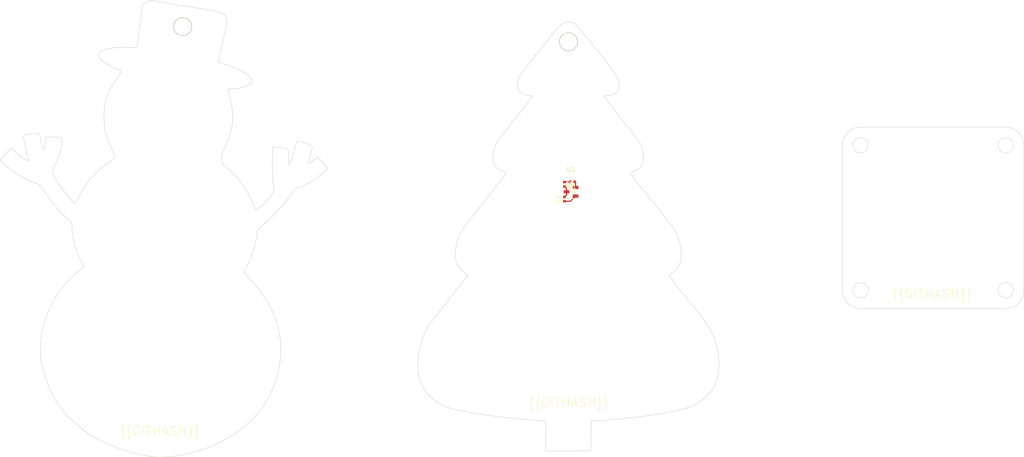
<source format=kicad_pcb>
(kicad_pcb (version 20221018) (generator pcbnew)
  (layers (0 "F.Cu" signal) (31 "B.Cu" signal) (34 "B.Paste" user) (35 "F.Paste" user) (36 "B.SilkS" user "B.Silkscreen") (37 "F.SilkS" user "F.Silkscreen") (38 "B.Mask" user) (39 "F.Mask" user) (44 "Edge.Cuts" user))
  (net 0 "")
  (net 1 "vcc")
  (net 2 "gnd")
  (net 3 "ic-vcc")
  (net 4 "vcc-1")
  (footprint "lib:R0402" (layer "F.Cu") (at 162.0635 89.835129 180)
    (fp_text reference "R1" (at 0 -1.17) (layer "F.SilkS"))
    (fp_text value "62.5mW Thick Film Resistors ±100ppm/℃ ±1% 3.24kΩ 0402  Chip Resistor - Surface Mount ROHS")
    (fp_line (start -0.153641 -0.38) (end 0.153641 -0.38) (stroke (width 0.12)) (layer "F.SilkS"))
    (fp_line (start -0.153641 0.38) (end 0.153641 0.38) (stroke (width 0.12)) (layer "F.SilkS"))
    (pad "1" smd roundrect (at -0.51 0 180) (size 0.54 0.64) (layers "F.Cu" "F.Paste" "F.Mask") (net 3 "ic-vcc"))
    (pad "2" smd roundrect (at 0.51 0 180) (size 0.54 0.64) (layers "F.Cu" "F.Paste" "F.Mask") (net 4 "vcc-1"))
  )
  (footprint "lib:C0402" (layer "F.Cu") (at 160.327595 90.403547 -90)
    (fp_text reference "C2" (at 0 -1.16 90) (layer "F.SilkS"))
    (fp_text value "16V 100nF X7R ±10% 0402  Multilayer Ceramic Capacitors MLCC - SMD/SMT ROHS")
    (fp_line (start -0.107836 -0.36) (end 0.107836 -0.36) (stroke (width 0.12)) (layer "F.SilkS"))
    (fp_line (start -0.107836 0.36) (end 0.107836 0.36) (stroke (width 0.12)) (layer "F.SilkS"))
    (pad "1" smd roundrect (at -0.48 0 270) (size 0.56 0.62) (layers "F.Cu" "F.Paste" "F.Mask") (net 4 "vcc-1"))
    (pad "2" smd roundrect (at 0.48 0 270) (size 0.56 0.62) (layers "F.Cu" "F.Paste" "F.Mask") (net 2 "gnd"))
  )
  (footprint "lib:SOT-23-3_L2.9-W1.3-P0.95-LS2.4-BR" (layer "F.Cu") (at 161.79 92.055)
    (fp_text reference "U1" (at 0 -4.95) (layer "F.SilkS"))
    (fp_text value "")
    (fp_line (start -0.73 -1.53) (end -0.73 -0.49) (stroke (width 0.15)) (layer "F.SilkS"))
    (fp_line (start -0.73 1.53) (end -0.73 0.49) (stroke (width 0.15)) (layer "F.SilkS"))
    (fp_line (start 0.73 -1.53) (end -0.73 -1.53) (stroke (width 0.15)) (layer "F.SilkS"))
    (fp_line (start 0.73 -0.46) (end 0.73 0.46) (stroke (width 0.15)) (layer "F.SilkS"))
    (fp_line (start 0.73 1.53) (end -0.73 1.53) (stroke (width 0.15)) (layer "F.SilkS"))
    (pad "1" smd rect (at 1 0.95) (size 1.25 0.7) (layers "F.Cu" "F.Paste" "F.Mask") (net 1 "vcc"))
    (pad "2" smd rect (at 1 -0.95) (size 1.25 0.7) (layers "F.Cu" "F.Paste" "F.Mask") (net 3 "ic-vcc"))
    (pad "3" smd rect (at -1 0) (size 1.25 0.7) (layers "F.Cu" "F.Paste" "F.Mask") (net 2 "gnd"))
  )
  (footprint "lib:C0402" (layer "F.Cu") (at 160.344783 93.667869 90)
    (fp_text reference "C1" (at 0 -1.16 90) (layer "F.SilkS"))
    (fp_text value "16V 100nF X7R ±10% 0402  Multilayer Ceramic Capacitors MLCC - SMD/SMT ROHS")
    (fp_line (start -0.107836 -0.36) (end 0.107836 -0.36) (stroke (width 0.12)) (layer "F.SilkS"))
    (fp_line (start -0.107836 0.36) (end 0.107836 0.36) (stroke (width 0.12)) (layer "F.SilkS"))
    (pad "1" smd roundrect (at -0.48 0 90) (size 0.56 0.62) (layers "F.Cu" "F.Paste" "F.Mask") (net 1 "vcc"))
    (pad "2" smd roundrect (at 0.48 0 90) (size 0.56 0.62) (layers "F.Cu" "F.Paste" "F.Mask") (net 2 "gnd"))
  )
  (gr_circle (center 225.62 81.79) (end 227.32 81.79) (stroke (width 0.1)) (fill none) (layer "Edge.Cuts"))
  (gr_circle (center 257.62 113.79) (end 259.32 113.79) (stroke (width 0.1)) (fill none) (layer "Edge.Cuts"))
  (gr_circle (center 257.62 81.79) (end 259.32 81.79) (stroke (width 0.1)) (fill none) (layer "Edge.Cuts"))
  (gr_poly (pts (xy 75.142222 50.797022) (xy 79.756606 51.568267) (xy 82.366969 51.99203) (xy 83.019066 52.095762) (xy 83.303876 52.146979) (xy 83.563537 52.198618) (xy 83.799806 52.251323) (xy 84.01444 52.305736) (xy 84.209196 52.362498) (xy 84.385831 52.422252) (xy 84.546102 52.485641) (xy 84.691766 52.553306) (xy 84.824581 52.62589) (xy 84.946303 52.704035) (xy 85.05869 52.788383) (xy 85.163499 52.879577) (xy 85.262486 52.978258) (xy 85.357409 53.08507) (xy 85.479286 53.234958) (xy 85.586233 53.378736) (xy 85.634185 53.44915) (xy 85.678498 53.519015) (xy 85.719202 53.588656) (xy 85.75633 53.658402) (xy 85.789911 53.728576) (xy 85.819976 53.799506) (xy 85.846558 53.871517) (xy 85.869686 53.944936) (xy 85.889392 54.020089) (xy 85.905707 54.097301) (xy 85.918662 54.176899) (xy 85.928287 54.259209) (xy 85.934615 54.344557) (xy 85.937675 54.433269) (xy 85.937499 54.525672) (xy 85.934119 54.62209) (xy 85.927564 54.722851) (xy 85.917866 54.82828) (xy 85.889166 55.054449) (xy 85.848266 55.303204) (xy 85.795414 55.577155) (xy 85.730859 55.878909) (xy 85.654849 56.211077) (xy 84.878546 59.55341) (xy 84.657875 60.550977) (xy 84.450892 61.532488) (xy 84.331406 62.116419) (xy 84.229648 62.629765) (xy 84.15639 63.017063) (xy 84.122409 63.222849) (xy 84.123062 63.236814) (xy 84.127967 63.251873) (xy 84.137065 63.268001) (xy 84.150302 63.285171) (xy 84.167619 63.303357) (xy 84.188962 63.322534) (xy 84.214273 63.342674) (xy 84.243497 63.363751) (xy 84.313454 63.408613) (xy 84.398381 63.456909) (xy 84.497828 63.50843) (xy 84.611342 63.562966) (xy 84.738473 63.620306) (xy 84.878767 63.680241) (xy 85.031775 63.742561) (xy 85.197043 63.807056) (xy 85.374121 63.873515) (xy 85.562558 63.94173) (xy 85.7619 64.011489) (xy 85.971698 64.082583) (xy 86.585981 64.296029) (xy 87.172975 64.516947) (xy 87.730729 64.744054) (xy 88.257293 64.976069) (xy 88.75072 65.211708) (xy 89.209058 65.449689) (xy 89.63036 65.68873) (xy 90.012676 65.927548) (xy 90.354056 66.16486) (xy 90.652552 66.399385) (xy 90.906214 66.629839) (xy 91.113092 66.85494) (xy 91.271238 67.073405) (xy 91.378702 67.283953) (xy 91.412819 67.385857) (xy 91.433535 67.485301) (xy 91.440605 67.582123) (xy 91.433787 67.676165) (xy 91.41712 67.753004) (xy 91.390362 67.829368) (xy 91.35383 67.905131) (xy 91.307839 67.980165) (xy 91.252707 68.054343) (xy 91.188749 68.12754) (xy 91.116281 68.199626) (xy 91.03562 68.270477) (xy 90.947082 68.339964) (xy 90.850984 68.407961) (xy 90.747641 68.47434) (xy 90.637371 68.538975) (xy 90.520488 68.601739) (xy 90.39731 68.662505) (xy 90.268153 68.721145) (xy 90.133332 68.777534) (xy 89.993165 68.831543) (xy 89.847967 68.883047) (xy 89.543745 68.978027) (xy 89.223197 69.06146) (xy 88.888852 69.132329) (xy 88.54324 69.189618) (xy 88.188892 69.232313) (xy 88.009232 69.24787) (xy 87.828337 69.259397) (xy 87.646523 69.266767) (xy 87.464106 69.269854) (xy 87.202959 69.272042) (xy 86.97453 69.277492) (xy 86.777472 69.288473) (xy 86.690288 69.296746) (xy 86.610443 69.307253) (xy 86.537768 69.320276) (xy 86.472096 69.3361) (xy 86.413258 69.355009) (xy 86.361087 69.377285) (xy 86.315414 69.403211) (xy 86.276071 69.433073) (xy 86.24289 69.467154) (xy 86.215703 69.505736) (xy 86.194342 69.549103) (xy 86.178638 69.59754) (xy 86.168424 69.65133) (xy 86.163532 69.710755) (xy 86.163793 69.776101) (xy 86.169039 69.847649) (xy 86.179102 69.925685) (xy 86.193814 70.010491) (xy 86.236514 70.20155) (xy 86.295792 70.423093) (xy 86.370304 70.677389) (xy 86.458705 70.966708) (xy 86.582128 71.384478) (xy 86.694998 71.803093) (xy 86.797211 72.221567) (xy 86.888665 72.638919) (xy 86.969257 73.054166) (xy 87.038885 73.466323) (xy 87.097447 73.874409) (xy 87.144838 74.277439) (xy 87.180958 74.674432) (xy 87.205702 75.064404) (xy 87.21897 75.446371) (xy 87.220657 75.819352) (xy 87.210662 76.182361) (xy 87.188881 76.534418) (xy 87.155212 76.874538) (xy 87.109553 77.201739) (xy 86.986123 77.871628) (xy 86.830027 78.558912) (xy 86.643845 79.255662) (xy 86.430157 79.953949) (xy 86.19154 80.645848) (xy 85.930575 81.323429) (xy 85.649841 81.978766) (xy 85.351916 82.60393) (xy 85.189192 82.938586) (xy 85.118752 83.093315) (xy 85.055229 83.240939) (xy 84.998352 83.382431) (xy 84.947849 83.518761) (xy 84.903447 83.650903) (xy 84.864875 83.779828) (xy 84.831859 83.906506) (xy 84.804129 84.031911) (xy 84.781412 84.157013) (xy 84.763435 84.282785) (xy 84.749927 84.410197) (xy 84.740615 84.540223) (xy 84.735228 84.673833) (xy 84.733493 84.811999) (xy 84.736223 85.129082) (xy 84.741369 85.261496) (xy 84.750575 85.379459) (xy 84.764997 85.485194) (xy 84.774524 85.534172) (xy 84.785789 85.580928) (xy 84.798934 85.625739) (xy 84.814106 85.668884) (xy 84.831447 85.710641) (xy 84.851104 85.751288) (xy 84.873219 85.791103) (xy 84.897937 85.830364) (xy 84.925403 85.869349) (xy 84.955761 85.908337) (xy 84.989155 85.947605) (xy 85.02573 85.987432) (xy 85.109 86.069873) (xy 85.206725 86.157886) (xy 85.320061 86.253696) (xy 85.598185 86.477602) (xy 86.096863 86.886277) (xy 86.577755 87.306529) (xy 87.04138 87.739064) (xy 87.488258 88.184586) (xy 87.918909 88.6438) (xy 88.333852 89.117412) (xy 88.733607 89.606125) (xy 89.118694 90.110646) (xy 89.489632 90.631678) (xy 89.846941 91.169927) (xy 90.19114 91.726098) (xy 90.52275 92.300895) (xy 90.84229 92.895024) (xy 91.150279 93.509189) (xy 91.447237 94.144095) (xy 91.733683 94.800448) (xy 91.84059 95.047283) (xy 91.945802 95.277558) (xy 92.046625 95.486234) (xy 92.140364 95.668271) (xy 92.224324 95.818627) (xy 92.295813 95.932265) (xy 92.326039 95.973739) (xy 92.352136 96.004143) (xy 92.373767 96.022848) (xy 92.382804 96.027616) (xy 92.390597 96.029223) (xy 92.399173 96.028006) (xy 92.410522 96.024397) (xy 92.441219 96.010237) (xy 92.482045 95.987221) (xy 92.53236 95.955824) (xy 92.591521 95.916524) (xy 92.658887 95.869798) (xy 92.815666 95.755976) (xy 92.997564 95.618173) (xy 93.199447 95.460204) (xy 93.416182 95.285885) (xy 93.642634 95.099032) (xy 93.891007 94.882848) (xy 94.141366 94.648628) (xy 94.390948 94.400061) (xy 94.636991 94.140836) (xy 94.87673 93.874641) (xy 95.107403 93.605164) (xy 95.326247 93.336095) (xy 95.530498 93.071122) (xy 95.717394 92.813933) (xy 95.884171 92.568218) (xy 96.028066 92.337665) (xy 96.146316 92.125962) (xy 96.236159 91.936798) (xy 96.294829 91.773863) (xy 96.311612 91.703383) (xy 96.319566 91.640844) (xy 96.318345 91.586706) (xy 96.307605 91.54143) (xy 96.264441 91.378418) (xy 96.221593 91.121805) (xy 96.138989 90.373142) (xy 96.064068 89.386161) (xy 96.001109 88.251583) (xy 95.954389 87.060129) (xy 95.928186 85.902519) (xy 95.926777 84.869474) (xy 95.95444 84.051714) (xy 96.07471 82.177477) (xy 97.36716 82.304781) (xy 98.13507 82.379263) (xy 98.441266 82.413109) (xy 98.700599 82.449744) (xy 98.916803 82.492956) (xy 99.009898 82.518212) (xy 99.09361 82.546534) (xy 99.168406 82.578395) (xy 99.234753 82.614268) (xy 99.293117 82.654627) (xy 99.343964 82.699946) (xy 99.387763 82.750698) (xy 99.424978 82.807357) (xy 99.456076 82.870396) (xy 99.481525 82.94029) (xy 99.501791 83.017511) (xy 99.51734 83.102533) (xy 99.536155 83.297877) (xy 99.541702 83.530109) (xy 99.537716 83.803018) (xy 99.51607 84.486025) (xy 99.501811 85.019341) (xy 99.495778 85.429631) (xy 99.49953 85.727933) (xy 99.505563 85.838537) (xy 99.514626 85.925284) (xy 99.526915 85.989553) (xy 99.542625 86.032723) (xy 99.551823 86.046828) (xy 99.56195 86.056175) (xy 99.573029 86.060938) (xy 99.585085 86.061289) (xy 99.612224 86.049443) (xy 99.643564 86.022019) (xy 99.679299 85.980395) (xy 99.719623 85.925951) (xy 99.770963 85.835961) (xy 99.83738 85.6921) (xy 100.00736 85.267042) (xy 100.213404 84.699332) (xy 100.439353 84.037526) (xy 100.669049 83.330178) (xy 100.886332 82.625845) (xy 101.075044 81.973082) (xy 101.219027 81.420443) (xy 101.232451 81.367288) (xy 101.246658 81.317349) (xy 101.261814 81.270604) (xy 101.278084 81.227032) (xy 101.295634 81.186611) (xy 101.314631 81.149321) (xy 101.33524 81.115138) (xy 101.357628 81.084043) (xy 101.381959 81.056013) (xy 101.4084 81.031027) (xy 101.437117 81.009064) (xy 101.468275 80.990102) (xy 101.502041 80.974119) (xy 101.538581 80.961095) (xy 101.578059 80.951007) (xy 101.620643 80.943835) (xy 101.666497 80.939556) (xy 101.715788 80.938149) (xy 101.768682 80.939594) (xy 101.825345 80.943867) (xy 101.885942 80.950949) (xy 101.950639 80.960817) (xy 102.019603 80.97345) (xy 102.092998 80.988826) (xy 102.170992 81.006924) (xy 102.253749 81.027723) (xy 102.434219 81.077337) (xy 102.635734 81.137495) (xy 102.859622 81.208025) (xy 103.581471 81.438726) (xy 103.868146 81.535185) (xy 104.108644 81.625316) (xy 104.212356 81.669476) (xy 104.305459 81.713816) (xy 104.388264 81.758923) (xy 104.461082 81.805384) (xy 104.524226 81.853787) (xy 104.578006 81.904719) (xy 104.622735 81.958768) (xy 104.658725 82.01652) (xy 104.686285 82.078563) (xy 104.705729 82.145484) (xy 104.717368 82.217871) (xy 104.721513 82.296311) (xy 104.718476 82.381392) (xy 104.708568 82.4737) (xy 104.692102 82.573823) (xy 104.669388 82.682348) (xy 104.606464 82.926954) (xy 104.522289 83.212218) (xy 104.300158 83.92351) (xy 104.076968 84.658354) (xy 103.993442 84.95378) (xy 103.929762 85.203046) (xy 103.886777 85.407528) (xy 103.865337 85.568604) (xy 103.862962 85.633296) (xy 103.866292 85.687652) (xy 103.875434 85.731846) (xy 103.890492 85.766049) (xy 103.911574 85.790433) (xy 103.938786 85.805172) (xy 103.972234 85.810436) (xy 104.012025 85.806398) (xy 104.058263 85.79323) (xy 104.111056 85.771105) (xy 104.236732 85.700671) (xy 104.3899 85.596472) (xy 104.571411 85.459887) (xy 105.02286 85.095065) (xy 105.918216 84.355181) (xy 106.388476 84.86751) (xy 106.496975 84.987739) (xy 106.625318 85.133369) (xy 106.92254 85.478508) (xy 107.242155 85.858286) (xy 107.546176 86.22806) (xy 108.2336 87.076296) (xy 106.72333 88.254687) (xy 106.031007 88.783192) (xy 105.392025 89.245391) (xy 105.089314 89.453516) (xy 104.796071 89.647331) (xy 104.511007 89.827593) (xy 104.232833 89.995056) (xy 103.960259 90.150478) (xy 103.691998 90.294613) (xy 103.426759 90.428217) (xy 103.163254 90.552046) (xy 102.900193 90.666855) (xy 102.636288 90.773401) (xy 102.370249 90.872439) (xy 102.100787 90.964724) (xy 101.955978 91.013649) (xy 101.818902 91.062832) (xy 101.689432 91.112348) (xy 101.567439 91.162273) (xy 101.452795 91.212683) (xy 101.345371 91.263651) (xy 101.245039 91.315254) (xy 101.151671 91.367567) (xy 101.065138 91.420665) (xy 100.985313 91.474624) (xy 100.912065 91.529517) (xy 100.845269 91.585421) (xy 100.784794 91.642412) (xy 100.730512 91.700563) (xy 100.682296 91.759951) (xy 100.640017 91.82065) (xy 100.313962 92.312951) (xy 99.958065 92.82026) (xy 99.575318 93.339289) (xy 99.168711 93.866747) (xy 98.741234 94.399346) (xy 98.295878 94.933795) (xy 97.835635 95.466804) (xy 97.363494 95.995083) (xy 96.882446 96.515343) (xy 96.395482 97.024295) (xy 95.905593 97.518647) (xy 95.415769 97.995111) (xy 94.929002 98.450396) (xy 94.44828 98.881213) (xy 93.976596 99.284272) (xy 93.51694 99.656283) (xy 93.364132 99.777198) (xy 93.228349 99.887118) (xy 93.108601 99.987555) (xy 93.003899 100.080022) (xy 92.913256 100.166032) (xy 92.835682 100.247098) (xy 92.770188 100.324733) (xy 92.741662 100.362737) (xy 92.715786 100.40045) (xy 92.692435 100.438062) (xy 92.671487 100.475762) (xy 92.652817 100.513738) (xy 92.636302 100.552181) (xy 92.621819 100.591279) (xy 92.609244 100.631221) (xy 92.589322 100.714395) (xy 92.575548 100.803215) (xy 92.566934 100.899195) (xy 92.56249 101.003847) (xy 92.561229 101.118685) (xy 92.548214 101.459191) (xy 92.510172 101.840399) (xy 92.448603 102.257479) (xy 92.365007 102.705605) (xy 92.260885 103.179948) (xy 92.137739 103.675679) (xy 91.997068 104.187971) (xy 91.840373 104.711996) (xy 91.669155 105.242926) (xy 91.484915 105.775933) (xy 91.289154 106.306188) (xy 91.083372 106.828864) (xy 90.86907 107.339132) (xy 90.647749 107.832164) (xy 90.420909 108.303133) (xy 90.190051 108.74721) (xy 89.658061 109.729433) (xy 90.799319 111.025652) (xy 91.552256 111.894452) (xy 92.247519 112.726345) (xy 92.887901 113.52649) (xy 93.476195 114.300047) (xy 94.015193 115.052178) (xy 94.507688 115.788042) (xy 94.956473 116.5128) (xy 95.364341 117.231612) (xy 95.734083 117.949638) (xy 96.068493 118.672038) (xy 96.370364 119.403974) (xy 96.642488 120.150605) (xy 96.887657 120.917091) (xy 97.108665 121.708593) (xy 97.308304 122.530271) (xy 97.489367 123.387286) (xy 97.659586 124.435519) (xy 97.764545 125.512723) (xy 97.805707 126.613102) (xy 97.784533 127.73086) (xy 97.702485 128.860202) (xy 97.561026 129.995332) (xy 97.361618 131.130454) (xy 97.105722 132.259774) (xy 96.794801 133.377494) (xy 96.430316 134.47782) (xy 96.01373 135.554956) (xy 95.546505 136.603107) (xy 95.030102 137.616476) (xy 94.465984 138.589268) (xy 93.855613 139.515689) (xy 93.20045 140.389941) (xy 92.386005 141.350273) (xy 91.510226 142.273552) (xy 90.576227 143.158109) (xy 89.587122 144.002278) (xy 88.546024 144.80439) (xy 87.456048 145.562779) (xy 86.320308 146.275777) (xy 85.141916 146.941716) (xy 83.923988 147.558929) (xy 82.669636 148.125749) (xy 81.381976 148.640508) (xy 80.06412 149.101539) (xy 78.719182 149.507174) (xy 77.350277 149.855747) (xy 75.960518 150.145589) (xy 74.553019 150.375033) (xy 73.862872 150.459306) (xy 73.131633 150.525975) (xy 72.383923 150.574372) (xy 71.644361 150.603827) (xy 70.93757 150.613671) (xy 70.288169 150.603235) (xy 69.720779 150.57185) (xy 69.475532 150.548093) (xy 69.26002 150.518847) (xy 69.260051 150.518832) (xy 67.831835 150.262486) (xy 66.416949 149.953785) (xy 65.016193 149.592984) (xy 63.630368 149.180338) (xy 62.260274 148.716103) (xy 60.90671 148.200532) (xy 59.570477 147.633881) (xy 58.252375 147.016405) (xy 57.283074 146.528505) (xy 56.847829 146.298277) (xy 56.438641 146.072324) (xy 56.050351 145.846994) (xy 55.6778 145.618633) (xy 55.315827 145.383588) (xy 54.959273 145.138205) (xy 54.602979 144.87883) (xy 54.241783 144.601811) (xy 53.870528 144.303492) (xy 53.484054 143.980222) (xy 52.644807 143.244211) (xy 51.682765 142.36455) (xy 51.097036 141.804159) (xy 50.54538 141.238954) (xy 50.025658 140.665073) (xy 49.535731 140.078649) (xy 49.07346 139.475819) (xy 48.636705 138.852719) (xy 48.223328 138.205483) (xy 47.831189 137.530249) (xy 47.458149 136.823151) (xy 47.10207 136.080325) (xy 46.760812 135.297907) (xy 46.432236 134.472032) (xy 46.114202 133.598836) (xy 45.804573 132.674455) (xy 45.501208 131.695024) (xy 45.201968 130.656679) (xy 45.078569 130.147371) (xy 44.978794 129.594224) (xy 44.90231 129.00242) (xy 44.848785 128.377144) (xy 44.817886 127.723579) (xy 44.809281 127.046907) (xy 44.822637 126.352311) (xy 44.857621 125.644974) (xy 44.913901 124.93008) (xy 44.991145 124.212811) (xy 45.089019 123.498351) (xy 45.207191 122.791883) (xy 45.345328 122.098589) (xy 45.503099 121.423652) (xy 45.68017 120.772256) (xy 45.876208 120.149584) (xy 46.005143 119.787909) (xy 46.154924 119.401263) (xy 46.508073 118.570286) (xy 46.917749 117.69111) (xy 47.366047 116.79819) (xy 47.83506 115.92598) (xy 48.306883 115.108937) (xy 48.76361 114.381515) (xy 48.980717 114.062179) (xy 49.187335 113.77817) (xy 49.387433 113.519297) (xy 49.599256 113.255538) (xy 50.056372 112.715109) (xy 50.555279 112.160374) (xy 51.092575 111.594824) (xy 51.664855 111.021952) (xy 52.268718 110.445248) (xy 52.900758 109.868205) (xy 53.557574 109.294314) (xy 54.329783 108.634142) (xy 53.616031 107.110232) (xy 53.390001 106.6154) (xy 53.179365 106.128819) (xy 52.984012 105.650049) (xy 52.803829 105.178652) (xy 52.638704 104.71419) (xy 52.488525 104.256224) (xy 52.353181 103.804315) (xy 52.232559 103.358025) (xy 52.126547 102.916915) (xy 52.035034 102.480548) (xy 51.957906 102.048484) (xy 51.895053 101.620284) (xy 51.846363 101.195511) (xy 51.811722 100.773726) (xy 51.79102 100.35449) (xy 51.784144 99.937365) (xy 51.780657 99.620612) (xy 51.776007 99.482669) (xy 51.769161 99.357285) (xy 51.759927 99.243666) (xy 51.748111 99.141014) (xy 51.733519 99.048534) (xy 51.715958 98.96543) (xy 51.695233 98.890904) (xy 51.671153 98.824161) (xy 51.643523 98.764406) (xy 51.612149 98.71084) (xy 51.576839 98.662669) (xy 51.537399 98.619096) (xy 51.493635 98.579325) (xy 51.445353 98.542559) (xy 51.149902 98.324092) (xy 50.839064 98.073347) (xy 50.514896 97.792628) (xy 50.179453 97.484238) (xy 49.834791 97.150482) (xy 49.482966 96.793665) (xy 49.126033 96.41609) (xy 48.766047 96.020062) (xy 48.405065 95.607885) (xy 48.045142 95.181864) (xy 47.688333 94.744302) (xy 47.336694 94.297504) (xy 46.992281 93.843774) (xy 46.657149 93.385417) (xy 46.333354 92.924737) (xy 46.022952 92.464037) (xy 45.611719 91.844971) (xy 45.279782 91.362091) (xy 45.137757 91.165551) (xy 45.008606 90.995655) (xy 44.89001 90.849933) (xy 44.779654 90.725918) (xy 44.675221 90.621143) (xy 44.574392 90.533138) (xy 44.474852 90.459437) (xy 44.374284 90.397571) (xy 44.27037 90.345073) (xy 44.160793 90.299474) (xy 44.043237 90.258307) (xy 43.915385 90.219103) (xy 43.593888 90.117525) (xy 43.255864 89.996009) (xy 42.903268 89.855657) (xy 42.538058 89.697573) (xy 42.162189 89.522858) (xy 41.777618 89.332616) (xy 41.386301 89.127951) (xy 40.990194 88.909964) (xy 40.591254 88.679759) (xy 40.191438 88.438438) (xy 39.792701 88.187105) (xy 39.396999 87.926862) (xy 39.00629 87.658812) (xy 38.622529 87.384058) (xy 38.247673 87.103703) (xy 37.883677 86.81885) (xy 37.49456 86.502783) (xy 37.131548 86.199554) (xy 36.802586 85.916398) (xy 36.515619 85.660548) (xy 36.278593 85.439239) (xy 36.099452 85.259705) (xy 36.034071 85.187865) (xy 35.986141 85.129182) (xy 35.956654 85.08456) (xy 35.946605 85.054903) (xy 35.948192 85.042433) (xy 35.952903 85.026953) (xy 35.971384 84.987332) (xy 36.001425 84.936776) (xy 36.042403 84.876021) (xy 36.093695 84.805804) (xy 36.154681 84.726859) (xy 36.224736 84.639924) (xy 36.303239 84.545735) (xy 36.389567 84.445026) (xy 36.483097 84.338536) (xy 36.689276 84.11115) (xy 36.916796 83.869466) (xy 37.037003 83.745102) (xy 37.160678 83.619372) (xy 38.374759 82.395922) (xy 39.365809 83.301684) (xy 39.814301 83.698656) (xy 40.266196 84.075272) (xy 40.704205 84.419302) (xy 41.111041 84.718514) (xy 41.469414 84.960676) (xy 41.625024 85.056541) (xy 41.762035 85.133557) (xy 41.878286 85.190195) (xy 41.971615 85.224926) (xy 42.039863 85.236222) (xy 42.063905 85.232603) (xy 42.080867 85.222552) (xy 42.085566 85.215268) (xy 42.089233 85.203934) (xy 42.093537 85.169549) (xy 42.093921 85.120268) (xy 42.090523 85.056964) (xy 42.083485 84.98051) (xy 42.072948 84.891778) (xy 42.059051 84.79164) (xy 42.041937 84.68097) (xy 41.998614 84.43152) (xy 41.944105 84.150408) (xy 41.879534 83.844615) (xy 41.806025 83.52112) (xy 41.578977 82.541169) (xy 41.399614 81.732306) (xy 41.265507 81.079136) (xy 41.174225 80.56626) (xy 41.123338 80.17828) (xy 41.112283 80.026315) (xy 41.110416 79.899799) (xy 41.117432 79.796809) (xy 41.133029 79.71542) (xy 41.156901 79.653706) (xy 41.188746 79.609743) (xy 41.213078 79.592846) (xy 41.252556 79.575085) (xy 41.372962 79.537437) (xy 41.541984 79.497733) (xy 41.751641 79.456905) (xy 42.26094 79.37561) (xy 42.837013 79.301016) (xy 43.416018 79.240586) (xy 43.934111 79.201782) (xy 44.150364 79.192822) (xy 44.327447 79.192067) (xy 44.45738 79.20045) (xy 44.532183 79.218905) (xy 44.538527 79.223215) (xy 44.545097 79.229471) (xy 44.551878 79.23762) (xy 44.558855 79.247608) (xy 44.573336 79.272888) (xy 44.588416 79.304879) (xy 44.603974 79.343154) (xy 44.619887 79.387282) (xy 44.636031 79.436835) (xy 44.652284 79.491383) (xy 44.668525 79.550496) (xy 44.684629 79.613746) (xy 44.700475 79.680703) (xy 44.715939 79.750937) (xy 44.7309 79.82402) (xy 44.745234 79.899521) (xy 44.75882 79.977012) (xy 44.771533 80.056063) (xy 44.946351 81.130774) (xy 45.025944 81.564983) (xy 45.101061 81.931234) (xy 45.172253 82.230134) (xy 45.24007 82.462288) (xy 45.305063 82.628302) (xy 45.336673 82.686696) (xy 45.367783 82.728781) (xy 45.398463 82.754634) (xy 45.428781 82.764331) (xy 45.458807 82.757947) (xy 45.488608 82.735557) (xy 45.518254 82.697238) (xy 45.547814 82.643066) (xy 45.606951 82.487462) (xy 45.666568 82.269351) (xy 45.727218 81.98934) (xy 45.78945 81.648032) (xy 45.853816 81.246035) (xy 46.055377 79.918581) (xy 47.417926 79.96628) (xy 48.109143 79.993687) (xy 48.392021 80.009194) (xy 48.636741 80.027435) (xy 48.846051 80.049559) (xy 49.022696 80.076715) (xy 49.169424 80.110051) (xy 49.288982 80.150717) (xy 49.339431 80.174158) (xy 49.384117 80.199861) (xy 49.423385 80.227972) (xy 49.457577 80.258632) (xy 49.487036 80.291987) (xy 49.512107 80.32818) (xy 49.533132 80.367353) (xy 49.550455 80.409652) (xy 49.575367 80.504197) (xy 49.589592 80.612965) (xy 49.595876 80.737105) (xy 49.596965 80.877764) (xy 49.590289 81.099803) (xy 49.571905 81.336737) (xy 49.542029 81.587807) (xy 49.500879 81.852253) (xy 49.448672 82.129318) (xy 49.385623 82.418243) (xy 49.311951 82.718269) (xy 49.227873 83.028637) (xy 49.133604 83.34859) (xy 49.029362 83.677367) (xy 48.915364 84.014212) (xy 48.791827 84.358364) (xy 48.658967 84.709065) (xy 48.517002 85.065558) (xy 48.366148 85.427082) (xy 48.206622 85.792879) (xy 47.949769 86.374791) (xy 47.755997 86.832451) (xy 47.68104 87.021721) (xy 47.619784 87.188367) (xy 47.571537 87.335205) (xy 47.535609 87.465048) (xy 47.511311 87.580709) (xy 47.497952 87.685002) (xy 47.494842 87.78074) (xy 47.501291 87.870737) (xy 47.516609 87.957807) (xy 47.540106 88.044763) (xy 47.571091 88.134418) (xy 47.608874 88.229586) (xy 47.761079 88.551834) (xy 47.975096 88.939463) (xy 48.241913 89.380584) (xy 48.55252 89.863307) (xy 49.269066 90.905997) (xy 50.052651 91.972411) (xy 50.831193 92.967426) (xy 51.196047 93.408433) (xy 51.532609 93.795921) (xy 51.831869 94.117998) (xy 52.084818 94.362774) (xy 52.282443 94.518359) (xy 52.357694 94.558989) (xy 52.415736 94.572863) (xy 52.426811 94.571375) (xy 52.439084 94.56696) (xy 52.452509 94.559691) (xy 52.467041 94.549641) (xy 52.482633 94.536883) (xy 52.499239 94.521489) (xy 52.516813 94.503532) (xy 52.535309 94.483086) (xy 52.574881 94.435018) (xy 52.617586 94.377866) (xy 52.663055 94.312214) (xy 52.710918 94.238646) (xy 52.760808 94.157745) (xy 52.812354 94.070093) (xy 52.865187 93.976276) (xy 52.918939 93.876875) (xy 52.97324 93.772474) (xy 53.02772 93.663657) (xy 53.082012 93.551007) (xy 53.135745 93.435107) (xy 53.405424 92.869327) (xy 53.69623 92.311615) (xy 54.007442 91.76282) (xy 54.338342 91.223792) (xy 54.688208 90.695381) (xy 55.05632 90.178436) (xy 55.441958 89.673808) (xy 55.844402 89.182347) (xy 56.262932 88.704901) (xy 56.696828 88.242322) (xy 57.145369 87.795459) (xy 57.607836 87.365163) (xy 58.083508 86.952281) (xy 58.571665 86.557666) (xy 59.071586 86.182166) (xy 59.582553 85.826632) (xy 59.914962 85.598282) (xy 60.214172 85.3804) (xy 60.477869 85.17504) (xy 60.595674 85.077698) (xy 60.703732 84.984257) (xy 60.801753 84.894974) (xy 60.889447 84.810106) (xy 60.966524 84.72991) (xy 61.032694 84.654642) (xy 61.087669 84.584559) (xy 61.131158 84.519919) (xy 61.162872 84.460977) (xy 61.182521 84.407992) (xy 61.189444 84.378526) (xy 61.194656 84.347449) (xy 61.198136 84.314702) (xy 61.199864 84.280227) (xy 61.197977 84.205863) (xy 61.188829 84.123892) (xy 61.172254 84.033852) (xy 61.148084 83.935279) (xy 61.116154 83.82771) (xy 61.076297 83.71068) (xy 61.028345 83.583727) (xy 60.972134 83.446388) (xy 60.907495 83.298197) (xy 60.834263 83.138693) (xy 60.75227 82.967412) (xy 60.661351 82.783889) (xy 60.561339 82.587662) (xy 60.452067 82.378268) (xy 60.237971 81.961359) (xy 60.041673 81.555601) (xy 59.862568 81.158484) (xy 59.700049 80.767498) (xy 59.553508 80.380135) (xy 59.422339 79.993885) (xy 59.305935 79.60624) (xy 59.203689 79.21469) (xy 59.114995 78.816725) (xy 59.039245 78.409838) (xy 58.975833 77.991518) (xy 58.924151 77.559256) (xy 58.883594 77.110544) (xy 58.853553 76.642872) (xy 58.833423 76.153731) (xy 58.822596 75.640612) (xy 58.82378 75.019765) (xy 58.843433 74.425285) (xy 58.882591 73.854032) (xy 58.942291 73.302869) (xy 59.023569 72.768658) (xy 59.127459 72.248262) (xy 59.255 71.738542) (xy 59.407225 71.236361) (xy 59.585172 70.73858) (xy 59.789877 70.242062) (xy 60.022374 69.743669) (xy 60.283701 69.240263) (xy 60.574893 68.728705) (xy 60.896986 68.205859) (xy 61.251015 67.668586) (xy 61.638018 67.113749) (xy 61.84244 66.825076) (xy 62.020375 66.566593) (xy 62.17201 66.336298) (xy 62.29753 66.132187) (xy 62.397121 65.95226) (xy 62.470968 65.794512) (xy 62.498296 65.72333) (xy 62.519258 65.656942) (xy 62.533877 65.595098) (xy 62.542176 65.537547) (xy 62.544179 65.484039) (xy 62.539908 65.434323) (xy 62.529387 65.388151) (xy 62.512639 65.34527) (xy 62.489688 65.305431) (xy 62.460556 65.268384) (xy 62.425267 65.233878) (xy 62.383844 65.201662) (xy 62.33631 65.171487) (xy 62.282689 65.143103) (xy 62.157276 65.090703) (xy 62.007792 65.042459) (xy 61.834422 64.996371) (xy 61.657986 64.943069) (xy 61.445562 64.862593) (xy 61.203024 64.758325) (xy 60.93625 64.633653) (xy 60.353499 64.336631) (xy 59.744319 63.998608) (xy 59.155721 63.646664) (xy 58.634716 63.307879) (xy 58.414252 63.151884) (xy 58.228316 63.009334) (xy 58.082783 62.883614) (xy 57.983531 62.778109) (xy 57.869943 62.622242) (xy 57.777351 62.470362) (xy 57.705558 62.322559) (xy 57.654369 62.178917) (xy 57.623588 62.039526) (xy 57.613018 61.904471) (xy 57.622463 61.773839) (xy 57.651728 61.647718) (xy 57.700616 61.526195) (xy 57.768931 61.409356) (xy 57.856477 61.297289) (xy 57.963058 61.190081) (xy 58.088479 61.087819) (xy 58.232542 60.99059) (xy 58.395052 60.89848) (xy 58.575812 60.811578) (xy 58.774627 60.72997) (xy 58.991301 60.653743) (xy 59.225638 60.582984) (xy 59.477441 60.51778) (xy 59.746514 60.458218) (xy 60.032661 60.404385) (xy 60.335687 60.356369) (xy 60.655395 60.314256) (xy 60.991589 60.278134) (xy 61.344073 60.248089) (xy 61.712651 60.224208) (xy 62.097127 60.20658) (xy 62.497305 60.195289) (xy 62.912988 60.190424) (xy 63.343981 60.192072) (xy 63.790088 60.20032) (xy 66.056857 60.258219) (xy 66.273486 58.80189) (xy 66.542465 56.891029) (xy 66.884944 54.341891) (xy 67.190183 52.053843) (xy 67.248082 51.679802) (xy 67.303557 51.37005) (xy 67.359078 51.117137) (xy 67.417116 50.913616) (xy 67.48014 50.752035) (xy 67.55062 50.624945) (xy 67.631027 50.524898) (xy 67.72383 50.444442) (xy 67.831501 50.37613) (xy 67.956508 50.312512) (xy 68.268412 50.169558) (xy 69.100734 49.778315)) (stroke (width 0.1)) (fill none) (layer "Edge.Cuts"))
  (gr_arc (start 261.62 113.79) (mid 260.448427 116.618427) (end 257.62 117.79) (stroke (width 0.1)) (layer "Edge.Cuts"))
  (gr_arc (start 225.62 117.79) (mid 222.791573 116.618427) (end 221.62 113.79) (stroke (width 0.1)) (layer "Edge.Cuts"))
  (gr_line (start 261.62 113.79) (end 261.62 81.79) (stroke (width 0.1)) (layer "Edge.Cuts"))
  (gr_circle (center 161.229974 58.946031) (end 163.229974 58.946031) (stroke (width 0.2)) (fill none) (layer "Edge.Cuts"))
  (gr_line (start 221.62 81.79) (end 221.62 113.79) (stroke (width 0.1)) (layer "Edge.Cuts"))
  (gr_arc (start 257.62 77.79) (mid 260.448427 78.961573) (end 261.62 81.79) (stroke (width 0.1)) (layer "Edge.Cuts"))
  (gr_poly (pts (xy 161.429183 54.643361) (xy 161.588699 54.648976) (xy 161.743405 54.660128) (xy 161.8913 54.67685) (xy 162.030385 54.699174) (xy 162.158659 54.727132) (xy 162.274122 54.760758) (xy 162.374774 54.800082) (xy 162.418214 54.822065) (xy 162.465501 54.850416) (xy 162.517128 54.885713) (xy 162.573587 54.928531) (xy 162.702967 55.039035) (xy 162.857578 55.186538) (xy 163.041357 55.37565) (xy 163.258241 55.610981) (xy 163.512165 55.897139) (xy 163.807067 56.238735) (xy 164.146884 56.640378) (xy 164.53555 57.106678) (xy 164.977005 57.642244) (xy 165.475183 58.251687) (xy 166.657456 59.710639) (xy 168.113864 61.520411) (xy 169.490282 63.25197) (xy 170.562092 64.650979) (xy 170.993296 65.243203) (xy 171.359779 65.7732) (xy 171.665351 66.247941) (xy 171.913823 66.674396) (xy 172.109006 67.059535) (xy 172.254708 67.41033) (xy 172.354741 67.733749) (xy 172.412915 68.036764) (xy 172.433041 68.326344) (xy 172.418927 68.609461) (xy 172.374385 68.893084) (xy 172.303226 69.184183) (xy 172.274597 69.278158) (xy 172.242 69.369887) (xy 172.205507 69.459324) (xy 172.165188 69.546423) (xy 172.121114 69.631137) (xy 172.073357 69.713419) (xy 172.021987 69.793223) (xy 171.967076 69.870502) (xy 171.908694 69.945208) (xy 171.846914 70.017296) (xy 171.781806 70.08672) (xy 171.71344 70.153431) (xy 171.641889 70.217383) (xy 171.567223 70.278531) (xy 171.489513 70.336826) (xy 171.408831 70.392223) (xy 171.325247 70.444674) (xy 171.238833 70.494134) (xy 171.14966 70.540554) (xy 171.057799 70.58389) (xy 170.96332 70.624093) (xy 170.866295 70.661118) (xy 170.766796 70.694917) (xy 170.664893 70.725444) (xy 170.560657 70.752652) (xy 170.45416 70.776495) (xy 170.345472 70.796926) (xy 170.234664 70.813898) (xy 170.121809 70.827364) (xy 170.006976 70.837278) (xy 169.890237 70.843593) (xy 169.771663 70.846262) (xy 169.726607 70.847177) (xy 169.681188 70.849133) (xy 169.590479 70.855957) (xy 169.501974 70.8663) (xy 169.418107 70.879728) (xy 169.378675 70.887463) (xy 169.341315 70.895806) (xy 169.306334 70.904703) (xy 169.274034 70.9141) (xy 169.244721 70.923942) (xy 169.218699 70.934176) (xy 169.196272 70.944746) (xy 169.177745 70.955599) (xy 169.171643 70.965792) (xy 169.172154 70.983757) (xy 169.17922 71.009417) (xy 169.192785 71.042693) (xy 169.239181 71.131786) (xy 169.310885 71.250417) (xy 169.407439 71.397965) (xy 169.528385 71.573811) (xy 169.673265 71.777334) (xy 169.841623 72.007915) (xy 170.246938 72.547768) (xy 170.740668 73.18841) (xy 171.319154 73.924882) (xy 171.978732 74.752222) (xy 174.641332 78.093405) (xy 175.537111 79.246786) (xy 176.200008 80.134787) (xy 176.673118 80.816979) (xy 176.99954 81.352933) (xy 177.222371 81.802218) (xy 177.384708 82.224406) (xy 177.462833 82.472098) (xy 177.531331 82.72855) (xy 177.59016 82.991701) (xy 177.639284 83.259489) (xy 177.678662 83.529854) (xy 177.708257 83.800735) (xy 177.728028 84.070071) (xy 177.737937 84.335802) (xy 177.737946 84.595867) (xy 177.728014 84.848205) (xy 177.708104 85.090755) (xy 177.678176 85.321456) (xy 177.638191 85.538248) (xy 177.588111 85.739069) (xy 177.527896 85.92186) (xy 177.457507 86.084559) (xy 177.391656 86.207668) (xy 177.318059 86.327563) (xy 177.236853 86.444134) (xy 177.148173 86.557272) (xy 177.052156 86.666869) (xy 176.948938 86.772814) (xy 176.838657 86.874999) (xy 176.721448 86.973315) (xy 176.597448 87.067652) (xy 176.466794 87.157903) (xy 176.32962 87.243956) (xy 176.186065 87.325705) (xy 176.036265 87.403039) (xy 175.880355 87.475849) (xy 175.718473 87.544027) (xy 175.550754 87.607462) (xy 175.482045 87.632835) (xy 175.415483 87.658969) (xy 175.351405 87.685667) (xy 175.290146 87.712731) (xy 175.23204 87.739963) (xy 175.177423 87.767164) (xy 175.126631 87.794136) (xy 175.079997 87.820681) (xy 175.037859 87.846601) (xy 175.00055 87.871698) (xy 174.968407 87.895773) (xy 174.941764 87.918629) (xy 174.920956 87.940066) (xy 174.90632 87.959888) (xy 174.898189 87.977896) (xy 174.896668 87.986157) (xy 174.8969 87.993891) (xy 174.922027 88.037315) (xy 174.991394 88.135797) (xy 175.25375 88.486297) (xy 176.209258 89.720013) (xy 177.617844 91.508896) (xy 179.333926 93.666804) (xy 181.092323 95.879526) (xy 182.616098 97.817656) (xy 183.742073 99.272256) (xy 184.307071 100.034388) (xy 184.515284 100.360502) (xy 184.7117 100.694247) (xy 184.896111 101.034954) (xy 185.068309 101.381957) (xy 185.228084 101.734588) (xy 185.375229 102.092181) (xy 185.509535 102.454068) (xy 185.630794 102.819582) (xy 185.738797 103.188056) (xy 185.833335 103.558822) (xy 185.914201 103.931214) (xy 185.981186 104.304563) (xy 186.034081 104.678204) (xy 186.072678 105.051468) (xy 186.096768 105.423689) (xy 186.106143 105.794199) (xy 186.105091 106.172735) (xy 186.095928 106.491761) (xy 186.087599 106.633067) (xy 186.076394 106.764426) (xy 186.062032 106.887483) (xy 186.044229 107.003882) (xy 186.022703 107.115265) (xy 185.997171 107.223277) (xy 185.967351 107.329562) (xy 185.932961 107.435763) (xy 185.893716 107.543524) (xy 185.849336 107.654488) (xy 185.744037 107.892603) (xy 185.654537 108.079442) (xy 185.563285 108.257402) (xy 185.469989 108.426825) (xy 185.374358 108.588053) (xy 185.276102 108.741425) (xy 185.174928 108.887283) (xy 185.070547 109.025968) (xy 184.962667 109.15782) (xy 184.850997 109.283181) (xy 184.735246 109.402392) (xy 184.615122 109.515794) (xy 184.490336 109.623727) (xy 184.360596 109.726532) (xy 184.22561 109.824551) (xy 184.085088 109.918125) (xy 183.938739 110.007593) (xy 183.810996 110.084401) (xy 183.691836 110.159793) (xy 183.583867 110.231854) (xy 183.489696 110.298666) (xy 183.41193 110.358313) (xy 183.380014 110.384851) (xy 183.353176 110.408878) (xy 183.331744 110.430155) (xy 183.316042 110.448443) (xy 183.306397 110.463502) (xy 183.303947 110.469746) (xy 183.303134 110.475092) (xy 183.318272 110.503511) (xy 183.362609 110.567965) (xy 183.532916 110.797359) (xy 183.802115 111.148045) (xy 184.158269 111.604794) (xy 185.08369 112.775559) (xy 186.213672 114.187815) (xy 189.362188 118.120691) (xy 190.402126 119.447898) (xy 191.169656 120.462983) (xy 191.727633 121.251467) (xy 192.13891 121.898876) (xy 192.466342 122.490732) (xy 192.772785 123.112559) (xy 193.051147 123.726705) (xy 193.303988 124.346147) (xy 193.531154 124.969731) (xy 193.732492 125.596305) (xy 193.907848 126.224716) (xy 194.05707 126.853811) (xy 194.180003 127.482437) (xy 194.276494 128.109442) (xy 194.346391 128.733673) (xy 194.389538 129.353977) (xy 194.405784 129.969202) (xy 194.394974 130.578194) (xy 194.356955 131.1798) (xy 194.291575 131.772869) (xy 194.198678 132.356247) (xy 194.078113 132.928782) (xy 193.929544 133.476781) (xy 193.74781 134.009233) (xy 193.533455 134.525547) (xy 193.287022 135.025131) (xy 193.009057 135.507395) (xy 192.700103 135.971748) (xy 192.360704 136.4176) (xy 191.991405 136.844359) (xy 191.592749 137.251434) (xy 191.165282 137.638235) (xy 190.709547 138.004171) (xy 190.226087 138.348651) (xy 189.715449 138.671084) (xy 189.178175 138.970879) (xy 188.61481 139.247446) (xy 188.025897 139.500193) (xy 187.387382 139.730873) (xy 186.62691 139.962173) (xy 185.752713 140.192844) (xy 184.773022 140.421641) (xy 182.530085 140.868622) (xy 179.96395 141.293139) (xy 177.140466 141.685214) (xy 174.125485 142.034872) (xy 170.984858 142.332135) (xy 167.784435 142.567026) (xy 166.231372 142.664027) (xy 166.19247 145.936793) (xy 166.153667 149.209559) (xy 161.14812 149.247553) (xy 156.142551 149.285548) (xy 156.211231 145.955256) (xy 156.23825 144.264273) (xy 156.238691 143.682086) (xy 156.22939 143.24944) (xy 156.209575 142.946836) (xy 156.195482 142.838207) (xy 156.178471 142.754778) (xy 156.158445 142.69411) (xy 156.135307 142.653767) (xy 156.108961 142.631312) (xy 156.079311 142.624308) (xy 155.214992 142.57575) (xy 153.588337 142.458798) (xy 151.746032 142.31468) (xy 150.23476 142.184626) (xy 147.951424 141.950142) (xy 145.645248 141.676286) (xy 143.382545 141.373503) (xy 141.229626 141.052239) (xy 139.252805 140.722941) (xy 137.518395 140.396054) (xy 136.092708 140.082025) (xy 135.042056 139.7913) (xy 134.381421 139.556594) (xy 133.752014 139.295735) (xy 133.153989 139.00888) (xy 132.587501 138.696185) (xy 132.052705 138.357807) (xy 131.549756 137.993902) (xy 131.078809 137.604627) (xy 130.64002 137.190138) (xy 130.233542 136.750592) (xy 129.859531 136.286146) (xy 129.518141 135.796955) (xy 129.209529 135.283176) (xy 128.933847 134.744967) (xy 128.691252 134.182482) (xy 128.481899 133.59588) (xy 128.305942 132.985316) (xy 128.169056 132.349397) (xy 128.072975 131.677754) (xy 128.016707 130.975694) (xy 127.999256 130.248525) (xy 128.019631 129.501555) (xy 128.076838 128.740093) (xy 128.169883 127.969445) (xy 128.297773 127.19492) (xy 128.459515 126.421826) (xy 128.654115 125.65547) (xy 128.880581 124.901161) (xy 129.137918 124.164206) (xy 129.425134 123.449914) (xy 129.741235 122.763591) (xy 130.085228 122.110547) (xy 130.456119 121.496088) (xy 130.678839 121.176405) (xy 131.044408 120.681658) (xy 131.533542 120.036727) (xy 132.126955 119.266491) (xy 133.549488 117.449628) (xy 135.157733 115.430109) (xy 139.156955 110.449519) (xy 138.361812 109.926661) (xy 138.191303 109.808793) (xy 138.024907 109.682349) (xy 137.863136 109.547997) (xy 137.706502 109.406407) (xy 137.555518 109.258246) (xy 137.410696 109.104183) (xy 137.27255 108.944887) (xy 137.141591 108.781027) (xy 137.018333 108.613271) (xy 136.903287 108.442289) (xy 136.796967 108.268748) (xy 136.699885 108.093317) (xy 136.612554 107.916666) (xy 136.535485 107.739462) (xy 136.469192 107.562375) (xy 136.414188 107.386072) (xy 136.393025 107.303561) (xy 136.373683 107.213821) (xy 136.356172 107.117074) (xy 136.340506 107.013541) (xy 136.326696 106.903442) (xy 136.314755 106.786999) (xy 136.296527 106.535963) (xy 136.28592 106.262201) (xy 136.28303 105.96748) (xy 136.287955 105.653567) (xy 136.300792 105.32223) (xy 136.322244 104.998512) (xy 136.354436 104.675622) (xy 136.397314 104.353731) (xy 136.450821 104.033012) (xy 136.514903 103.713637) (xy 136.589505 103.395777) (xy 136.67457 103.079605) (xy 136.770045 102.765293) (xy 136.875873 102.453014) (xy 136.991999 102.142939) (xy 137.118369 101.83524) (xy 137.254926 101.53009) (xy 137.401615 101.227661) (xy 137.558383 100.928125) (xy 137.725172 100.631653) (xy 137.901927 100.338419) (xy 138.126212 100.011097) (xy 138.51292 99.483877) (xy 139.040899 98.784161) (xy 139.688993 97.939352) (xy 141.260913 95.92407) (xy 143.059451 93.657252) (xy 146.236175 89.672407) (xy 147.202546 88.449633) (xy 147.557468 87.987986) (xy 147.556054 87.984938) (xy 147.551858 87.980582) (xy 147.535398 87.968089) (xy 147.508643 87.9508) (xy 147.472146 87.929003) (xy 147.372145 87.873051) (xy 147.239832 87.802557) (xy 147.079641 87.719846) (xy 146.896006 87.62724) (xy 146.693363 87.527063) (xy 146.476146 87.421641) (xy 146.164445 87.267635) (xy 146.029652 87.197126) (xy 145.907363 87.129704) (xy 145.796428 87.064435) (xy 145.695696 87.000386) (xy 145.604016 86.936623) (xy 145.520238 86.872216) (xy 145.443212 86.806229) (xy 145.371787 86.737731) (xy 145.304812 86.665788) (xy 145.241137 86.589467) (xy 145.179611 86.507836) (xy 145.119084 86.419962) (xy 145.058406 86.324911) (xy 144.996425 86.221751) (xy 144.936178 86.116882) (xy 144.882127 86.017884) (xy 144.833953 85.923336) (xy 144.791331 85.831816) (xy 144.753942 85.741904) (xy 144.721463 85.652177) (xy 144.693573 85.561215) (xy 144.669949 85.467596) (xy 144.65027 85.3699) (xy 144.634215 85.266704) (xy 144.621462 85.156587) (xy 144.611688 85.038128) (xy 144.604572 84.909906) (xy 144.599793 84.7705) (xy 144.597029 84.618488) (xy 144.595958 84.452448) (xy 144.599628 84.195279) (xy 144.611925 83.944089) (xy 144.633095 83.698112) (xy 144.663381 83.456583) (xy 144.703029 83.218738) (xy 144.752282 82.983811) (xy 144.811387 82.751037) (xy 144.880586 82.519652) (xy 144.960125 82.28889) (xy 145.050249 82.057986) (xy 145.151202 81.826176) (xy 145.26323 81.592694) (xy 145.386575 81.356776) (xy 145.521483 81.117655) (xy 145.6682 80.874568) (xy 145.826969 80.626749) (xy 146.032392 80.333611) (xy 146.358724 79.892071) (xy 147.30702 78.650511) (xy 148.537667 77.075522) (xy 149.916477 75.340556) (xy 151.237226 73.678901) (xy 152.309769 72.303534) (xy 153.024068 71.357417) (xy 153.212489 71.090004) (xy 153.258499 71.015527) (xy 153.270084 70.983515) (xy 153.265966 70.978423) (xy 153.259854 70.973183) (xy 153.251803 70.967809) (xy 153.241867 70.96231) (xy 153.216558 70.950987) (xy 153.184364 70.939307) (xy 153.14572 70.927361) (xy 153.101062 70.915241) (xy 153.050827 70.903038) (xy 152.995449 70.890845) (xy 152.935366 70.878753) (xy 152.871013 70.866854) (xy 152.802825 70.855239) (xy 152.73124 70.844002) (xy 152.656692 70.833232) (xy 152.579618 70.823023) (xy 152.500454 70.813465) (xy 152.419635 70.804652) (xy 152.231149 70.781807) (xy 152.048915 70.752885) (xy 151.873161 70.717993) (xy 151.704112 70.677241) (xy 151.541996 70.63074) (xy 151.387039 70.578598) (xy 151.239467 70.520925) (xy 151.099507 70.457831) (xy 150.967385 70.389425) (xy 150.843329 70.315816) (xy 150.727564 70.237115) (xy 150.620318 70.153431) (xy 150.521817 70.064872) (xy 150.432287 69.97155) (xy 150.351955 69.873574) (xy 150.281047 69.771052) (xy 150.239903 69.703254) (xy 150.203083 69.636552) (xy 150.170436 69.569895) (xy 150.141808 69.502228) (xy 150.117043 69.432499) (xy 150.095989 69.359654) (xy 150.078492 69.282642) (xy 150.064398 69.200408) (xy 150.053553 69.111901) (xy 150.045804 69.016066) (xy 150.040997 68.911851) (xy 150.038978 68.798203) (xy 150.039593 68.674069) (xy 150.042688 68.538396) (xy 150.04811 68.39013) (xy 150.055705 68.22822) (xy 150.072415 67.962758) (xy 150.098332 67.715002) (xy 150.116664 67.59479) (xy 150.139604 67.475438) (xy 150.16792 67.355755) (xy 150.202381 67.234552) (xy 150.243756 67.110641) (xy 150.292814 66.982832) (xy 150.350322 66.849936) (xy 150.41705 66.710763) (xy 150.493766 66.564125) (xy 150.58124 66.408832) (xy 150.680239 66.243695) (xy 150.791532 66.067525) (xy 150.915888 65.879133) (xy 151.054076 65.677329) (xy 151.375022 65.228731) (xy 151.760519 64.712216) (xy 152.216716 64.11827) (xy 152.749763 63.437382) (xy 153.365808 62.660036) (xy 154.871494 60.777918) (xy 157.351611 57.70227) (xy 158.182147 56.694478) (xy 158.801918 55.969401) (xy 159.257611 55.474061) (xy 159.595914 55.15548) (xy 159.735634 55.045918) (xy 159.863513 54.960679) (xy 160.107097 54.83668) (xy 160.2199 54.793912) (xy 160.345893 54.756391) (xy 160.483077 54.724149) (xy 160.629452 54.697218) (xy 160.783018 54.67563) (xy 160.941774 54.659418) (xy 161.10372 54.648615) (xy 161.266857 54.643252)) (stroke (width 0.1)) (fill none) (layer "Edge.Cuts"))
  (gr_line (start 257.62 77.79) (end 225.62 77.79) (stroke (width 0.1)) (layer "Edge.Cuts"))
  (gr_arc (start 221.62 81.79) (mid 222.791573 78.961573) (end 225.62 77.79) (stroke (width 0.1)) (layer "Edge.Cuts"))
  (gr_circle (center 225.62 113.79) (end 227.32 113.79) (stroke (width 0.1)) (fill none) (layer "Edge.Cuts"))
  (gr_circle (center 76.165146 55.61107) (end 78.165146 55.61107) (stroke (width 0.2)) (fill none) (layer "Edge.Cuts"))
  (gr_line (start 225.62 117.79) (end 257.62 117.79) (stroke (width 0.1)) (layer "Edge.Cuts"))
  (gr_text "{{GITHASH}}" (at 152.4 139.7) (layer "F.SilkS") (effects (font (size 2 2) (thickness 0.1)) (justify left bottom)))
  (gr_text "{{GITHASH}}" (at 62.23 146.05) (layer "F.SilkS") (effects (font (size 2 2) (thickness 0.1)) (justify left bottom)))
  (gr_text "{{GITHASH}}" (at 232.508427 115.791573) (layer "F.SilkS") (effects (font (size 2 2) (thickness 0.1)) (justify left bottom)))
  (segment (start 161.647131 94.147869) (end 160.344783 94.147869) (width 0.25) (layer "F.Cu") (net 1))
  (segment (start 162.79 93.005) (end 161.647131 94.147869) (width 0.25) (layer "F.Cu") (net 1))
  (segment (start 160.79 92.055) (end 160.79 91.345952) (width 0.25) (layer "F.Cu") (net 2))
  (segment (start 160.79 91.345952) (end 160.327595 90.883547) (width 0.25) (layer "F.Cu") (net 2))
  (segment (start 160.79 92.055) (end 160.79 92.742652) (width 0.25) (layer "F.Cu") (net 2))
  (segment (start 160.79 92.742652) (end 160.344783 93.187869) (width 0.25) (layer "F.Cu") (net 2))
  (segment (start 162.79 91.105) (end 162.79 90.051629) (width 0.25) (layer "F.Cu") (net 3))
  (segment (start 162.79 90.051629) (end 162.5735 89.835129) (width 0.25) (layer "F.Cu") (net 3))
  (segment (start 160.416013 89.835129) (end 160.327595 89.923547) (width 0.25) (layer "F.Cu") (net 4))
  (segment (start 161.5535 89.835129) (end 160.416013 89.835129) (width 0.25) (layer "F.Cu") (net 4))
)
</source>
